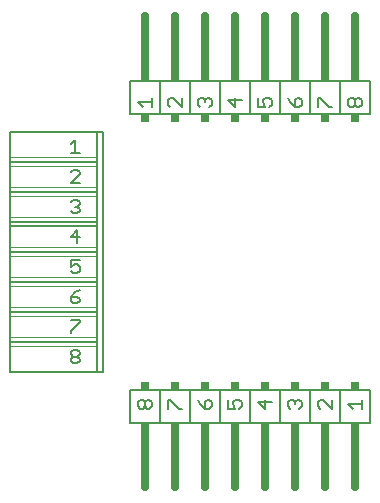
<source format=gbr>
G04 EAGLE Gerber X2 export*
G04 #@! %TF.Part,Single*
G04 #@! %TF.FileFunction,Legend,Top,1*
G04 #@! %TF.FilePolarity,Positive*
G04 #@! %TF.GenerationSoftware,Autodesk,EAGLE,9.0.0*
G04 #@! %TF.CreationDate,2019-08-08T19:07:45Z*
G75*
%MOMM*%
%FSLAX34Y34*%
%LPD*%
%AMOC8*
5,1,8,0,0,1.08239X$1,22.5*%
G01*
%ADD10C,0.152400*%
%ADD11C,0.660400*%
%ADD12C,0.127000*%
%ADD13R,0.660400X0.762000*%
%ADD14R,0.660400X0.660400*%
%ADD15C,0.050800*%


D10*
X101600Y22860D02*
X101600Y-5080D01*
X101600Y22860D02*
X127000Y22860D01*
X127000Y-5080D02*
X101600Y-5080D01*
X152400Y-5080D02*
X152400Y22860D01*
X152400Y-5080D02*
X177800Y-5080D01*
X127000Y-5080D02*
X127000Y22860D01*
X152400Y22860D01*
X152400Y-5080D02*
X127000Y-5080D01*
D11*
X165100Y-12700D02*
X165100Y-59690D01*
X139700Y-59690D02*
X139700Y-12700D01*
X114300Y-12700D02*
X114300Y-59690D01*
D10*
X152400Y22860D02*
X177800Y22860D01*
X203200Y22860D01*
X203200Y-5080D01*
X203200Y22860D02*
X228600Y22860D01*
X228600Y-5080D01*
X203200Y-5080D01*
X177800Y-5080D02*
X177800Y22860D01*
X177800Y-5080D02*
X203200Y-5080D01*
X228600Y22860D02*
X254000Y22860D01*
X254000Y-5080D02*
X228600Y-5080D01*
X279400Y-5080D02*
X279400Y22860D01*
X304800Y22860D01*
X304800Y-5080D01*
X279400Y-5080D01*
X254000Y-5080D02*
X254000Y22860D01*
X279400Y22860D01*
X279400Y-5080D02*
X254000Y-5080D01*
D11*
X292100Y-12700D02*
X292100Y-59690D01*
X266700Y-59690D02*
X266700Y-12700D01*
X241300Y-12700D02*
X241300Y-59690D01*
X215900Y-59690D02*
X215900Y-12700D01*
X190500Y-12700D02*
X190500Y-59690D01*
D12*
X286375Y10534D02*
X290189Y6721D01*
X286375Y10534D02*
X297815Y10534D01*
X297815Y6721D02*
X297815Y14348D01*
X272415Y14348D02*
X272415Y6721D01*
X264789Y14348D01*
X262882Y14348D01*
X260975Y12441D01*
X260975Y8628D01*
X262882Y6721D01*
X237482Y6721D02*
X235575Y8628D01*
X235575Y12441D01*
X237482Y14348D01*
X239389Y14348D01*
X241295Y12441D01*
X241295Y10534D01*
X241295Y12441D02*
X243202Y14348D01*
X245108Y14348D01*
X247015Y12441D01*
X247015Y8628D01*
X245108Y6721D01*
X221615Y12441D02*
X210175Y12441D01*
X215895Y6721D01*
X215895Y14348D01*
X184775Y14348D02*
X184775Y6721D01*
X190495Y6721D01*
X188589Y10534D01*
X188589Y12441D01*
X190495Y14348D01*
X194308Y14348D01*
X196215Y12441D01*
X196215Y8628D01*
X194308Y6721D01*
X161282Y10534D02*
X159375Y14348D01*
X161282Y10534D02*
X165095Y6721D01*
X168908Y6721D01*
X170815Y8628D01*
X170815Y12441D01*
X168908Y14348D01*
X167002Y14348D01*
X165095Y12441D01*
X165095Y6721D01*
X133975Y6721D02*
X133975Y14348D01*
X135882Y14348D01*
X143508Y6721D01*
X145415Y6721D01*
X110482Y6721D02*
X108575Y8628D01*
X108575Y12441D01*
X110482Y14348D01*
X112389Y14348D01*
X114295Y12441D01*
X116202Y14348D01*
X118108Y14348D01*
X120015Y12441D01*
X120015Y8628D01*
X118108Y6721D01*
X116202Y6721D01*
X114295Y8628D01*
X112389Y6721D01*
X110482Y6721D01*
X114295Y8628D02*
X114295Y12441D01*
D13*
X165100Y-8890D03*
X139700Y-8890D03*
X114300Y-8890D03*
X292100Y-8890D03*
X266700Y-8890D03*
X241300Y-8890D03*
X215900Y-8890D03*
X190500Y-8890D03*
D14*
X114300Y26162D03*
X139700Y26162D03*
X165100Y26162D03*
X190500Y26162D03*
X215900Y26162D03*
X241300Y26162D03*
X266700Y26162D03*
X292100Y26162D03*
D10*
X304800Y256540D02*
X304800Y284480D01*
X304800Y256540D02*
X279400Y256540D01*
X279400Y284480D02*
X304800Y284480D01*
X254000Y284480D02*
X254000Y256540D01*
X254000Y284480D02*
X228600Y284480D01*
X279400Y284480D02*
X279400Y256540D01*
X254000Y256540D01*
X254000Y284480D02*
X279400Y284480D01*
D11*
X241300Y292100D02*
X241300Y339090D01*
X266700Y339090D02*
X266700Y292100D01*
X292100Y292100D02*
X292100Y339090D01*
D10*
X254000Y256540D02*
X228600Y256540D01*
X203200Y256540D01*
X203200Y284480D01*
X203200Y256540D02*
X177800Y256540D01*
X177800Y284480D01*
X203200Y284480D01*
X228600Y284480D02*
X228600Y256540D01*
X228600Y284480D02*
X203200Y284480D01*
X177800Y256540D02*
X152400Y256540D01*
X152400Y284480D02*
X177800Y284480D01*
X127000Y284480D02*
X127000Y256540D01*
X101600Y256540D01*
X101600Y284480D01*
X127000Y284480D01*
X152400Y284480D02*
X152400Y256540D01*
X127000Y256540D01*
X127000Y284480D02*
X152400Y284480D01*
D11*
X114300Y292100D02*
X114300Y339090D01*
X139700Y339090D02*
X139700Y292100D01*
X165100Y292100D02*
X165100Y339090D01*
X190500Y339090D02*
X190500Y292100D01*
X215900Y292100D02*
X215900Y339090D01*
D12*
X112389Y262255D02*
X108575Y266068D01*
X120015Y266068D01*
X120015Y262255D02*
X120015Y269882D01*
X145415Y269882D02*
X145415Y262255D01*
X137789Y269882D01*
X135882Y269882D01*
X133975Y267975D01*
X133975Y264162D01*
X135882Y262255D01*
X159375Y264162D02*
X161282Y262255D01*
X159375Y264162D02*
X159375Y267975D01*
X161282Y269882D01*
X163189Y269882D01*
X165095Y267975D01*
X165095Y266068D01*
X165095Y267975D02*
X167002Y269882D01*
X168908Y269882D01*
X170815Y267975D01*
X170815Y264162D01*
X168908Y262255D01*
X184775Y267975D02*
X196215Y267975D01*
X190495Y262255D02*
X184775Y267975D01*
X190495Y269882D02*
X190495Y262255D01*
X210175Y262255D02*
X210175Y269882D01*
X210175Y262255D02*
X215895Y262255D01*
X213989Y266068D01*
X213989Y267975D01*
X215895Y269882D01*
X219708Y269882D01*
X221615Y267975D01*
X221615Y264162D01*
X219708Y262255D01*
X235575Y269882D02*
X237482Y266068D01*
X241295Y262255D01*
X245108Y262255D01*
X247015Y264162D01*
X247015Y267975D01*
X245108Y269882D01*
X243202Y269882D01*
X241295Y267975D01*
X241295Y262255D01*
X260975Y262255D02*
X260975Y269882D01*
X262882Y269882D01*
X270508Y262255D01*
X272415Y262255D01*
X286375Y264162D02*
X288282Y262255D01*
X286375Y264162D02*
X286375Y267975D01*
X288282Y269882D01*
X290189Y269882D01*
X292095Y267975D01*
X294002Y269882D01*
X295908Y269882D01*
X297815Y267975D01*
X297815Y264162D01*
X295908Y262255D01*
X294002Y262255D01*
X292095Y264162D01*
X290189Y262255D01*
X288282Y262255D01*
X292095Y264162D02*
X292095Y267975D01*
D13*
X241300Y288290D03*
X266700Y288290D03*
X292100Y288290D03*
X114300Y288290D03*
X139700Y288290D03*
X165100Y288290D03*
X190500Y288290D03*
X215900Y288290D03*
D14*
X292100Y253238D03*
X266700Y253238D03*
X241300Y253238D03*
X215900Y253238D03*
X190500Y253238D03*
X165100Y253238D03*
X139700Y253238D03*
X114300Y253238D03*
D10*
X78740Y38100D02*
X73660Y38100D01*
X0Y38100D01*
X0Y59690D01*
X0Y63500D01*
X0Y67310D01*
X0Y85090D01*
X0Y88900D01*
X0Y92710D01*
X0Y110490D01*
X0Y114300D01*
X0Y118110D01*
X0Y135890D01*
X0Y139700D01*
X0Y143510D01*
X0Y161290D01*
X0Y165100D02*
X73660Y165100D01*
X73660Y59690D02*
X73660Y38100D01*
X73660Y59690D02*
X73660Y63500D01*
X73660Y67310D01*
X73660Y85090D01*
X73660Y88900D01*
X73660Y92710D01*
X73660Y110490D01*
X73660Y114300D01*
X73660Y118110D01*
X73660Y135890D01*
X73660Y139700D01*
X73660Y143510D01*
X73660Y161290D01*
X73660Y165100D01*
X73660Y139700D02*
X0Y139700D01*
X0Y114300D02*
X73660Y114300D01*
X73660Y88900D02*
X0Y88900D01*
X0Y63500D02*
X73660Y63500D01*
D15*
X73660Y59690D02*
X0Y59690D01*
X0Y67310D02*
X73660Y67310D01*
X73660Y85090D02*
X0Y85090D01*
X0Y92710D02*
X73660Y92710D01*
X73660Y110490D02*
X0Y110490D01*
X0Y118110D02*
X73660Y118110D01*
X73660Y135890D02*
X0Y135890D01*
X0Y143510D02*
X73660Y143510D01*
D10*
X73660Y161290D02*
X0Y161290D01*
X0Y165100D01*
X0Y168910D01*
D15*
X73660Y168910D01*
D10*
X78740Y241300D02*
X78740Y38100D01*
X0Y168910D02*
X0Y186690D01*
X0Y190500D02*
X73660Y190500D01*
X73660Y168910D02*
X73660Y165100D01*
X73660Y168910D02*
X73660Y186690D01*
X73660Y190500D01*
D15*
X73660Y186690D02*
X0Y186690D01*
D10*
X0Y190500D01*
X0Y194310D01*
X0Y212090D01*
X0Y215900D01*
X73660Y215900D01*
D15*
X73660Y194310D02*
X0Y194310D01*
D10*
X73660Y194310D02*
X73660Y190500D01*
X73660Y194310D02*
X73660Y212090D01*
X73660Y215900D01*
X0Y215900D02*
X0Y219710D01*
X0Y241300D01*
X73660Y241300D01*
X78740Y241300D01*
X73660Y219710D02*
X73660Y215900D01*
X73660Y219710D02*
X73660Y241300D01*
D15*
X73660Y219710D02*
X0Y219710D01*
X0Y212090D02*
X73660Y212090D01*
D12*
X59062Y197485D02*
X51435Y197485D01*
X59062Y205112D01*
X59062Y207018D01*
X57155Y208925D01*
X53342Y208925D01*
X51435Y207018D01*
X53342Y56525D02*
X51435Y54618D01*
X53342Y56525D02*
X57155Y56525D01*
X59062Y54618D01*
X59062Y52712D01*
X57155Y50805D01*
X59062Y48898D01*
X59062Y46992D01*
X57155Y45085D01*
X53342Y45085D01*
X51435Y46992D01*
X51435Y48898D01*
X53342Y50805D01*
X51435Y52712D01*
X51435Y54618D01*
X53342Y50805D02*
X57155Y50805D01*
X51435Y181618D02*
X53342Y183525D01*
X57155Y183525D01*
X59062Y181618D01*
X59062Y179712D01*
X57155Y177805D01*
X55248Y177805D01*
X57155Y177805D02*
X59062Y175898D01*
X59062Y173992D01*
X57155Y172085D01*
X53342Y172085D01*
X51435Y173992D01*
X57155Y158125D02*
X57155Y146685D01*
X51435Y152405D02*
X57155Y158125D01*
X59062Y152405D02*
X51435Y152405D01*
X51435Y132725D02*
X59062Y132725D01*
X51435Y132725D02*
X51435Y127005D01*
X55248Y128912D01*
X57155Y128912D01*
X59062Y127005D01*
X59062Y123192D01*
X57155Y121285D01*
X53342Y121285D01*
X51435Y123192D01*
X59062Y107325D02*
X55248Y105418D01*
X51435Y101605D01*
X51435Y97792D01*
X53342Y95885D01*
X57155Y95885D01*
X59062Y97792D01*
X59062Y99698D01*
X57155Y101605D01*
X51435Y101605D01*
X51435Y81925D02*
X59062Y81925D01*
X59062Y80018D01*
X51435Y72392D01*
X51435Y70485D01*
X51435Y230512D02*
X55248Y234325D01*
X55248Y222885D01*
X51435Y222885D02*
X59062Y222885D01*
M02*

</source>
